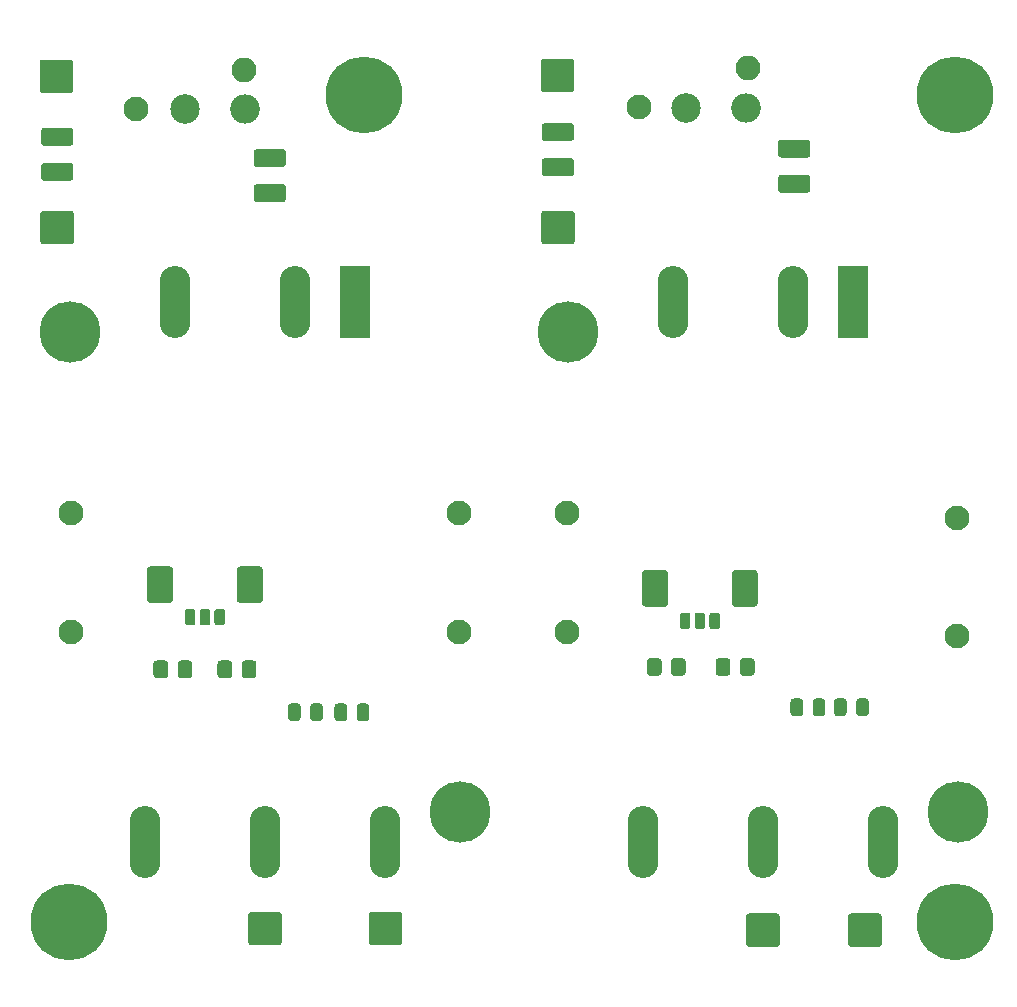
<source format=gts>
G04 #@! TF.GenerationSoftware,KiCad,Pcbnew,5.1.6+dfsg1-1~bpo9+1*
G04 #@! TF.CreationDate,2022-05-29T17:42:38+02:00*
G04 #@! TF.ProjectId,sdrtrx-meanwell,73647274-7278-42d6-9d65-616e77656c6c,1*
G04 #@! TF.SameCoordinates,Original*
G04 #@! TF.FileFunction,Soldermask,Top*
G04 #@! TF.FilePolarity,Negative*
%FSLAX46Y46*%
G04 Gerber Fmt 4.6, Leading zero omitted, Abs format (unit mm)*
G04 Created by KiCad (PCBNEW 5.1.6+dfsg1-1~bpo9+1) date 2022-05-29 17:42:38*
%MOMM*%
%LPD*%
G01*
G04 APERTURE LIST*
%ADD10C,2.100000*%
%ADD11O,2.100000X2.100000*%
%ADD12O,2.500000X2.500000*%
%ADD13C,2.500000*%
%ADD14C,5.180000*%
%ADD15O,2.600000X6.100001*%
%ADD16R,2.600000X6.100000*%
%ADD17O,2.600000X6.100000*%
%ADD18C,6.500000*%
G04 APERTURE END LIST*
D10*
X5200000Y39600000D03*
X5200000Y29600000D03*
X47200000Y39600000D03*
X47200000Y29600000D03*
X80200000Y39200000D03*
X80200000Y29200000D03*
X38000000Y29600000D03*
X38000000Y39600000D03*
G36*
G01*
X19625000Y25921738D02*
X19625000Y26878262D01*
G75*
G02*
X19896738Y27150000I271738J0D01*
G01*
X20603262Y27150000D01*
G75*
G02*
X20875000Y26878262I0J-271738D01*
G01*
X20875000Y25921738D01*
G75*
G02*
X20603262Y25650000I-271738J0D01*
G01*
X19896738Y25650000D01*
G75*
G02*
X19625000Y25921738I0J271738D01*
G01*
G37*
G36*
G01*
X17575000Y25921738D02*
X17575000Y26878262D01*
G75*
G02*
X17846738Y27150000I271738J0D01*
G01*
X18553262Y27150000D01*
G75*
G02*
X18825000Y26878262I0J-271738D01*
G01*
X18825000Y25921738D01*
G75*
G02*
X18553262Y25650000I-271738J0D01*
G01*
X17846738Y25650000D01*
G75*
G02*
X17575000Y25921738I0J271738D01*
G01*
G37*
G36*
G01*
X61800000Y26121738D02*
X61800000Y27078262D01*
G75*
G02*
X62071738Y27350000I271738J0D01*
G01*
X62778262Y27350000D01*
G75*
G02*
X63050000Y27078262I0J-271738D01*
G01*
X63050000Y26121738D01*
G75*
G02*
X62778262Y25850000I-271738J0D01*
G01*
X62071738Y25850000D01*
G75*
G02*
X61800000Y26121738I0J271738D01*
G01*
G37*
G36*
G01*
X59750000Y26121738D02*
X59750000Y27078262D01*
G75*
G02*
X60021738Y27350000I271738J0D01*
G01*
X60728262Y27350000D01*
G75*
G02*
X61000000Y27078262I0J-271738D01*
G01*
X61000000Y26121738D01*
G75*
G02*
X60728262Y25850000I-271738J0D01*
G01*
X60021738Y25850000D01*
G75*
G02*
X59750000Y26121738I0J271738D01*
G01*
G37*
G36*
G01*
X13400000Y26878262D02*
X13400000Y25921738D01*
G75*
G02*
X13128262Y25650000I-271738J0D01*
G01*
X12421738Y25650000D01*
G75*
G02*
X12150000Y25921738I0J271738D01*
G01*
X12150000Y26878262D01*
G75*
G02*
X12421738Y27150000I271738J0D01*
G01*
X13128262Y27150000D01*
G75*
G02*
X13400000Y26878262I0J-271738D01*
G01*
G37*
G36*
G01*
X15450000Y26878262D02*
X15450000Y25921738D01*
G75*
G02*
X15178262Y25650000I-271738J0D01*
G01*
X14471738Y25650000D01*
G75*
G02*
X14200000Y25921738I0J271738D01*
G01*
X14200000Y26878262D01*
G75*
G02*
X14471738Y27150000I271738J0D01*
G01*
X15178262Y27150000D01*
G75*
G02*
X15450000Y26878262I0J-271738D01*
G01*
G37*
G36*
G01*
X55175000Y27078262D02*
X55175000Y26121738D01*
G75*
G02*
X54903262Y25850000I-271738J0D01*
G01*
X54196738Y25850000D01*
G75*
G02*
X53925000Y26121738I0J271738D01*
G01*
X53925000Y27078262D01*
G75*
G02*
X54196738Y27350000I271738J0D01*
G01*
X54903262Y27350000D01*
G75*
G02*
X55175000Y27078262I0J-271738D01*
G01*
G37*
G36*
G01*
X57225000Y27078262D02*
X57225000Y26121738D01*
G75*
G02*
X56953262Y25850000I-271738J0D01*
G01*
X56246738Y25850000D01*
G75*
G02*
X55975000Y26121738I0J271738D01*
G01*
X55975000Y27078262D01*
G75*
G02*
X56246738Y27350000I271738J0D01*
G01*
X56953262Y27350000D01*
G75*
G02*
X57225000Y27078262I0J-271738D01*
G01*
G37*
D11*
X19850000Y77150000D03*
D10*
X10650000Y73850000D03*
D11*
X62461300Y77280001D03*
D10*
X53261300Y73980001D03*
D12*
X19880000Y73800000D03*
D13*
X14800000Y73800000D03*
D12*
X62348000Y73955600D03*
D13*
X57268000Y73955600D03*
G36*
G01*
X65292544Y68275000D02*
X67507456Y68275000D01*
G75*
G02*
X67775000Y68007456I0J-267544D01*
G01*
X67775000Y67017544D01*
G75*
G02*
X67507456Y66750000I-267544J0D01*
G01*
X65292544Y66750000D01*
G75*
G02*
X65025000Y67017544I0J267544D01*
G01*
X65025000Y68007456D01*
G75*
G02*
X65292544Y68275000I267544J0D01*
G01*
G37*
G36*
G01*
X65292544Y71250000D02*
X67507456Y71250000D01*
G75*
G02*
X67775000Y70982456I0J-267544D01*
G01*
X67775000Y69992544D01*
G75*
G02*
X67507456Y69725000I-267544J0D01*
G01*
X65292544Y69725000D01*
G75*
G02*
X65025000Y69992544I0J267544D01*
G01*
X65025000Y70982456D01*
G75*
G02*
X65292544Y71250000I267544J0D01*
G01*
G37*
G36*
G01*
X20892544Y67475000D02*
X23107456Y67475000D01*
G75*
G02*
X23375000Y67207456I0J-267544D01*
G01*
X23375000Y66217544D01*
G75*
G02*
X23107456Y65950000I-267544J0D01*
G01*
X20892544Y65950000D01*
G75*
G02*
X20625000Y66217544I0J267544D01*
G01*
X20625000Y67207456D01*
G75*
G02*
X20892544Y67475000I267544J0D01*
G01*
G37*
G36*
G01*
X20892544Y70450000D02*
X23107456Y70450000D01*
G75*
G02*
X23375000Y70182456I0J-267544D01*
G01*
X23375000Y69192544D01*
G75*
G02*
X23107456Y68925000I-267544J0D01*
G01*
X20892544Y68925000D01*
G75*
G02*
X20625000Y69192544I0J267544D01*
G01*
X20625000Y70182456D01*
G75*
G02*
X20892544Y70450000I267544J0D01*
G01*
G37*
G36*
G01*
X45292544Y69675000D02*
X47507456Y69675000D01*
G75*
G02*
X47775000Y69407456I0J-267544D01*
G01*
X47775000Y68417544D01*
G75*
G02*
X47507456Y68150000I-267544J0D01*
G01*
X45292544Y68150000D01*
G75*
G02*
X45025000Y68417544I0J267544D01*
G01*
X45025000Y69407456D01*
G75*
G02*
X45292544Y69675000I267544J0D01*
G01*
G37*
G36*
G01*
X45292544Y72650000D02*
X47507456Y72650000D01*
G75*
G02*
X47775000Y72382456I0J-267544D01*
G01*
X47775000Y71392544D01*
G75*
G02*
X47507456Y71125000I-267544J0D01*
G01*
X45292544Y71125000D01*
G75*
G02*
X45025000Y71392544I0J267544D01*
G01*
X45025000Y72382456D01*
G75*
G02*
X45292544Y72650000I267544J0D01*
G01*
G37*
G36*
G01*
X2892544Y69275000D02*
X5107456Y69275000D01*
G75*
G02*
X5375000Y69007456I0J-267544D01*
G01*
X5375000Y68017544D01*
G75*
G02*
X5107456Y67750000I-267544J0D01*
G01*
X2892544Y67750000D01*
G75*
G02*
X2625000Y68017544I0J267544D01*
G01*
X2625000Y69007456D01*
G75*
G02*
X2892544Y69275000I267544J0D01*
G01*
G37*
G36*
G01*
X2892544Y72250000D02*
X5107456Y72250000D01*
G75*
G02*
X5375000Y71982456I0J-267544D01*
G01*
X5375000Y70992544D01*
G75*
G02*
X5107456Y70725000I-267544J0D01*
G01*
X2892544Y70725000D01*
G75*
G02*
X2625000Y70992544I0J267544D01*
G01*
X2625000Y71982456D01*
G75*
G02*
X2892544Y72250000I267544J0D01*
G01*
G37*
G36*
G01*
X55720000Y34538095D02*
X55720000Y31961905D01*
G75*
G02*
X55458095Y31700000I-261905J0D01*
G01*
X53781905Y31700000D01*
G75*
G02*
X53520000Y31961905I0J261905D01*
G01*
X53520000Y34538095D01*
G75*
G02*
X53781905Y34800000I261905J0D01*
G01*
X55458095Y34800000D01*
G75*
G02*
X55720000Y34538095I0J-261905D01*
G01*
G37*
G36*
G01*
X63320000Y34538095D02*
X63320000Y31961905D01*
G75*
G02*
X63058095Y31700000I-261905J0D01*
G01*
X61381905Y31700000D01*
G75*
G02*
X61120000Y31961905I0J261905D01*
G01*
X61120000Y34538095D01*
G75*
G02*
X61381905Y34800000I261905J0D01*
G01*
X63058095Y34800000D01*
G75*
G02*
X63320000Y34538095I0J-261905D01*
G01*
G37*
G36*
G01*
X57620000Y30975000D02*
X57620000Y30025000D01*
G75*
G02*
X57395000Y29800000I-225000J0D01*
G01*
X56945000Y29800000D01*
G75*
G02*
X56720000Y30025000I0J225000D01*
G01*
X56720000Y30975000D01*
G75*
G02*
X56945000Y31200000I225000J0D01*
G01*
X57395000Y31200000D01*
G75*
G02*
X57620000Y30975000I0J-225000D01*
G01*
G37*
G36*
G01*
X58870000Y30975000D02*
X58870000Y30025000D01*
G75*
G02*
X58645000Y29800000I-225000J0D01*
G01*
X58195000Y29800000D01*
G75*
G02*
X57970000Y30025000I0J225000D01*
G01*
X57970000Y30975000D01*
G75*
G02*
X58195000Y31200000I225000J0D01*
G01*
X58645000Y31200000D01*
G75*
G02*
X58870000Y30975000I0J-225000D01*
G01*
G37*
G36*
G01*
X60120000Y30975000D02*
X60120000Y30025000D01*
G75*
G02*
X59895000Y29800000I-225000J0D01*
G01*
X59445000Y29800000D01*
G75*
G02*
X59220000Y30025000I0J225000D01*
G01*
X59220000Y30975000D01*
G75*
G02*
X59445000Y31200000I225000J0D01*
G01*
X59895000Y31200000D01*
G75*
G02*
X60120000Y30975000I0J-225000D01*
G01*
G37*
G36*
G01*
X28556000Y23245250D02*
X28556000Y22282750D01*
G75*
G02*
X28287250Y22014000I-268750J0D01*
G01*
X27749750Y22014000D01*
G75*
G02*
X27481000Y22282750I0J268750D01*
G01*
X27481000Y23245250D01*
G75*
G02*
X27749750Y23514000I268750J0D01*
G01*
X28287250Y23514000D01*
G75*
G02*
X28556000Y23245250I0J-268750D01*
G01*
G37*
G36*
G01*
X30431000Y23245250D02*
X30431000Y22282750D01*
G75*
G02*
X30162250Y22014000I-268750J0D01*
G01*
X29624750Y22014000D01*
G75*
G02*
X29356000Y22282750I0J268750D01*
G01*
X29356000Y23245250D01*
G75*
G02*
X29624750Y23514000I268750J0D01*
G01*
X30162250Y23514000D01*
G75*
G02*
X30431000Y23245250I0J-268750D01*
G01*
G37*
G36*
G01*
X70847000Y23664250D02*
X70847000Y22701750D01*
G75*
G02*
X70578250Y22433000I-268750J0D01*
G01*
X70040750Y22433000D01*
G75*
G02*
X69772000Y22701750I0J268750D01*
G01*
X69772000Y23664250D01*
G75*
G02*
X70040750Y23933000I268750J0D01*
G01*
X70578250Y23933000D01*
G75*
G02*
X70847000Y23664250I0J-268750D01*
G01*
G37*
G36*
G01*
X72722000Y23664250D02*
X72722000Y22701750D01*
G75*
G02*
X72453250Y22433000I-268750J0D01*
G01*
X71915750Y22433000D01*
G75*
G02*
X71647000Y22701750I0J268750D01*
G01*
X71647000Y23664250D01*
G75*
G02*
X71915750Y23933000I268750J0D01*
G01*
X72453250Y23933000D01*
G75*
G02*
X72722000Y23664250I0J-268750D01*
G01*
G37*
G36*
G01*
X25419000Y22282750D02*
X25419000Y23245250D01*
G75*
G02*
X25687750Y23514000I268750J0D01*
G01*
X26225250Y23514000D01*
G75*
G02*
X26494000Y23245250I0J-268750D01*
G01*
X26494000Y22282750D01*
G75*
G02*
X26225250Y22014000I-268750J0D01*
G01*
X25687750Y22014000D01*
G75*
G02*
X25419000Y22282750I0J268750D01*
G01*
G37*
G36*
G01*
X23544000Y22282750D02*
X23544000Y23245250D01*
G75*
G02*
X23812750Y23514000I268750J0D01*
G01*
X24350250Y23514000D01*
G75*
G02*
X24619000Y23245250I0J-268750D01*
G01*
X24619000Y22282750D01*
G75*
G02*
X24350250Y22014000I-268750J0D01*
G01*
X23812750Y22014000D01*
G75*
G02*
X23544000Y22282750I0J268750D01*
G01*
G37*
G36*
G01*
X67964000Y22701750D02*
X67964000Y23664250D01*
G75*
G02*
X68232750Y23933000I268750J0D01*
G01*
X68770250Y23933000D01*
G75*
G02*
X69039000Y23664250I0J-268750D01*
G01*
X69039000Y22701750D01*
G75*
G02*
X68770250Y22433000I-268750J0D01*
G01*
X68232750Y22433000D01*
G75*
G02*
X67964000Y22701750I0J268750D01*
G01*
G37*
G36*
G01*
X66089000Y22701750D02*
X66089000Y23664250D01*
G75*
G02*
X66357750Y23933000I268750J0D01*
G01*
X66895250Y23933000D01*
G75*
G02*
X67164000Y23664250I0J-268750D01*
G01*
X67164000Y22701750D01*
G75*
G02*
X66895250Y22433000I-268750J0D01*
G01*
X66357750Y22433000D01*
G75*
G02*
X66089000Y22701750I0J268750D01*
G01*
G37*
G36*
G01*
X44975000Y62634090D02*
X44975000Y64965910D01*
G75*
G02*
X45234090Y65225000I259090J0D01*
G01*
X47565910Y65225000D01*
G75*
G02*
X47825000Y64965910I0J-259090D01*
G01*
X47825000Y62634090D01*
G75*
G02*
X47565910Y62375000I-259090J0D01*
G01*
X45234090Y62375000D01*
G75*
G02*
X44975000Y62634090I0J259090D01*
G01*
G37*
G36*
G01*
X44930000Y75515090D02*
X44930000Y77846910D01*
G75*
G02*
X45189090Y78106000I259090J0D01*
G01*
X47520910Y78106000D01*
G75*
G02*
X47780000Y77846910I0J-259090D01*
G01*
X47780000Y75515090D01*
G75*
G02*
X47520910Y75256000I-259090J0D01*
G01*
X45189090Y75256000D01*
G75*
G02*
X44930000Y75515090I0J259090D01*
G01*
G37*
D14*
X80264000Y14351000D03*
X47244000Y54991000D03*
D15*
X53594000Y11811000D03*
X73914000Y11811000D03*
D16*
X71374000Y57531000D03*
D17*
X66294000Y57531000D03*
D15*
X56134000Y57531000D03*
X63754000Y11811000D03*
D14*
X38100000Y14351000D03*
X5080000Y54991000D03*
D15*
X11430000Y11811000D03*
X31750000Y11811000D03*
D16*
X29210000Y57531000D03*
D17*
X24130000Y57531000D03*
D15*
X13970000Y57531000D03*
X21590000Y11811000D03*
G36*
G01*
X13810000Y34855595D02*
X13810000Y32279405D01*
G75*
G02*
X13548095Y32017500I-261905J0D01*
G01*
X11871905Y32017500D01*
G75*
G02*
X11610000Y32279405I0J261905D01*
G01*
X11610000Y34855595D01*
G75*
G02*
X11871905Y35117500I261905J0D01*
G01*
X13548095Y35117500D01*
G75*
G02*
X13810000Y34855595I0J-261905D01*
G01*
G37*
G36*
G01*
X21410000Y34855595D02*
X21410000Y32279405D01*
G75*
G02*
X21148095Y32017500I-261905J0D01*
G01*
X19471905Y32017500D01*
G75*
G02*
X19210000Y32279405I0J261905D01*
G01*
X19210000Y34855595D01*
G75*
G02*
X19471905Y35117500I261905J0D01*
G01*
X21148095Y35117500D01*
G75*
G02*
X21410000Y34855595I0J-261905D01*
G01*
G37*
G36*
G01*
X15710000Y31292500D02*
X15710000Y30342500D01*
G75*
G02*
X15485000Y30117500I-225000J0D01*
G01*
X15035000Y30117500D01*
G75*
G02*
X14810000Y30342500I0J225000D01*
G01*
X14810000Y31292500D01*
G75*
G02*
X15035000Y31517500I225000J0D01*
G01*
X15485000Y31517500D01*
G75*
G02*
X15710000Y31292500I0J-225000D01*
G01*
G37*
G36*
G01*
X16960000Y31292500D02*
X16960000Y30342500D01*
G75*
G02*
X16735000Y30117500I-225000J0D01*
G01*
X16285000Y30117500D01*
G75*
G02*
X16060000Y30342500I0J225000D01*
G01*
X16060000Y31292500D01*
G75*
G02*
X16285000Y31517500I225000J0D01*
G01*
X16735000Y31517500D01*
G75*
G02*
X16960000Y31292500I0J-225000D01*
G01*
G37*
G36*
G01*
X18210000Y31292500D02*
X18210000Y30342500D01*
G75*
G02*
X17985000Y30117500I-225000J0D01*
G01*
X17535000Y30117500D01*
G75*
G02*
X17310000Y30342500I0J225000D01*
G01*
X17310000Y31292500D01*
G75*
G02*
X17535000Y31517500I225000J0D01*
G01*
X17985000Y31517500D01*
G75*
G02*
X18210000Y31292500I0J-225000D01*
G01*
G37*
G36*
G01*
X20424090Y5870000D02*
X22755910Y5870000D01*
G75*
G02*
X23015000Y5610910I0J-259090D01*
G01*
X23015000Y3279090D01*
G75*
G02*
X22755910Y3020000I-259090J0D01*
G01*
X20424090Y3020000D01*
G75*
G02*
X20165000Y3279090I0J259090D01*
G01*
X20165000Y5610910D01*
G75*
G02*
X20424090Y5870000I259090J0D01*
G01*
G37*
G36*
G01*
X30634090Y5870000D02*
X32965910Y5870000D01*
G75*
G02*
X33225000Y5610910I0J-259090D01*
G01*
X33225000Y3279090D01*
G75*
G02*
X32965910Y3020000I-259090J0D01*
G01*
X30634090Y3020000D01*
G75*
G02*
X30375000Y3279090I0J259090D01*
G01*
X30375000Y5610910D01*
G75*
G02*
X30634090Y5870000I259090J0D01*
G01*
G37*
G36*
G01*
X62588090Y5743000D02*
X64919910Y5743000D01*
G75*
G02*
X65179000Y5483910I0J-259090D01*
G01*
X65179000Y3152090D01*
G75*
G02*
X64919910Y2893000I-259090J0D01*
G01*
X62588090Y2893000D01*
G75*
G02*
X62329000Y3152090I0J259090D01*
G01*
X62329000Y5483910D01*
G75*
G02*
X62588090Y5743000I259090J0D01*
G01*
G37*
G36*
G01*
X71224090Y5743000D02*
X73555910Y5743000D01*
G75*
G02*
X73815000Y5483910I0J-259090D01*
G01*
X73815000Y3152090D01*
G75*
G02*
X73555910Y2893000I-259090J0D01*
G01*
X71224090Y2893000D01*
G75*
G02*
X70965000Y3152090I0J259090D01*
G01*
X70965000Y5483910D01*
G75*
G02*
X71224090Y5743000I259090J0D01*
G01*
G37*
G36*
G01*
X5425000Y64965910D02*
X5425000Y62634090D01*
G75*
G02*
X5165910Y62375000I-259090J0D01*
G01*
X2834090Y62375000D01*
G75*
G02*
X2575000Y62634090I0J259090D01*
G01*
X2575000Y64965910D01*
G75*
G02*
X2834090Y65225000I259090J0D01*
G01*
X5165910Y65225000D01*
G75*
G02*
X5425000Y64965910I0J-259090D01*
G01*
G37*
G36*
G01*
X5362000Y77765910D02*
X5362000Y75434090D01*
G75*
G02*
X5102910Y75175000I-259090J0D01*
G01*
X2771090Y75175000D01*
G75*
G02*
X2512000Y75434090I0J259090D01*
G01*
X2512000Y77765910D01*
G75*
G02*
X2771090Y78025000I259090J0D01*
G01*
X5102910Y78025000D01*
G75*
G02*
X5362000Y77765910I0J-259090D01*
G01*
G37*
D18*
X80000000Y75010000D03*
X80000000Y5010000D03*
X30000000Y75010000D03*
X5000000Y5010000D03*
M02*

</source>
